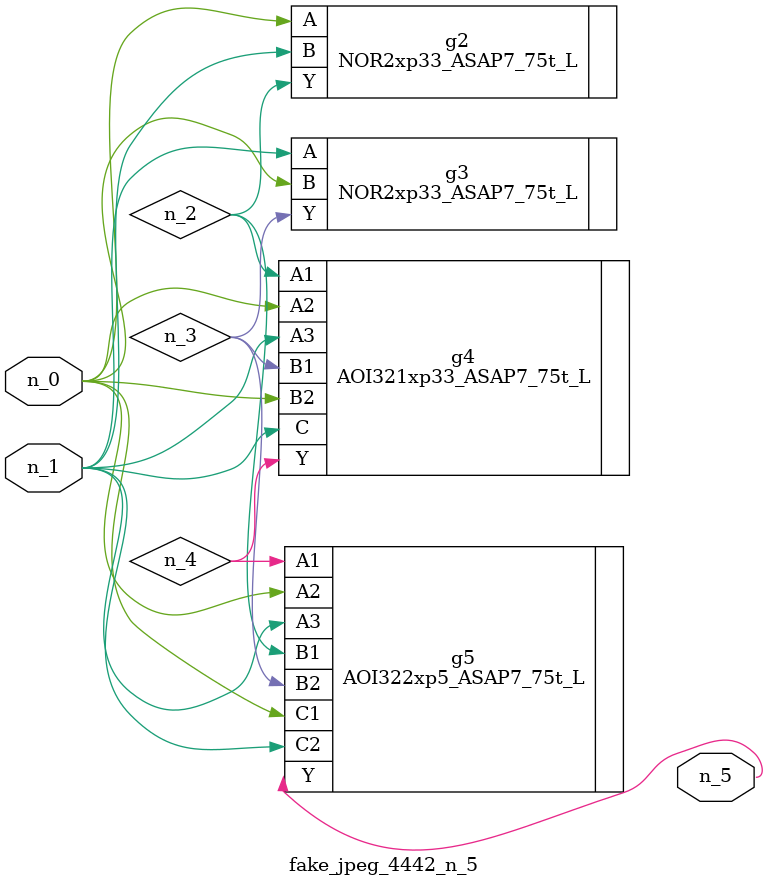
<source format=v>
module fake_jpeg_4442_n_5 (n_0, n_1, n_5);

input n_0;
input n_1;

output n_5;

wire n_3;
wire n_2;
wire n_4;

NOR2xp33_ASAP7_75t_L g2 ( 
.A(n_0),
.B(n_1),
.Y(n_2)
);

NOR2xp33_ASAP7_75t_L g3 ( 
.A(n_1),
.B(n_0),
.Y(n_3)
);

AOI321xp33_ASAP7_75t_L g4 ( 
.A1(n_2),
.A2(n_0),
.A3(n_1),
.B1(n_3),
.B2(n_0),
.C(n_1),
.Y(n_4)
);

AOI322xp5_ASAP7_75t_L g5 ( 
.A1(n_4),
.A2(n_0),
.A3(n_1),
.B1(n_2),
.B2(n_3),
.C1(n_0),
.C2(n_1),
.Y(n_5)
);


endmodule
</source>
